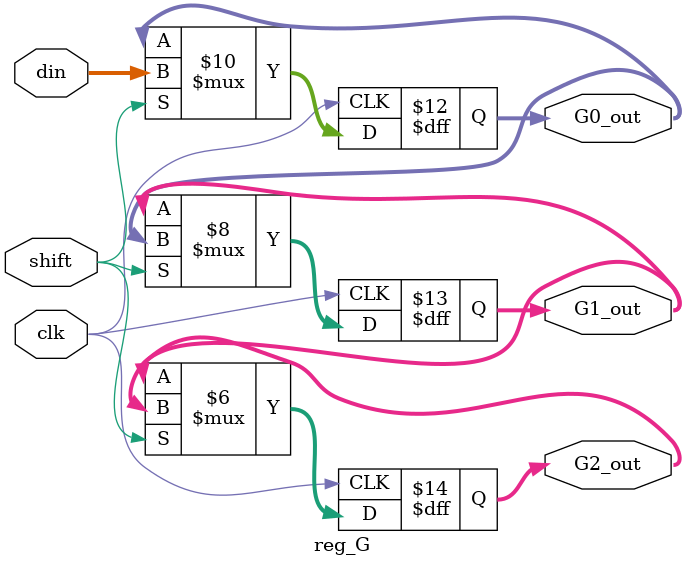
<source format=v>
module reg_G (din, G0_out, G1_out,
              G2_out, clk, shift);

input clk, shift;
input[7:0] din;
output reg [7:0] G0_out = 8'd0, G1_out = 8'd0, G2_out = 8'd0;


always @(posedge clk)
	begin
	  if (shift == 1'b1)
		 begin
			G2_out <= G1_out;
			G1_out <= G0_out;
			G0_out <= din;
		 end
	end

endmodule // reg_G0

</source>
